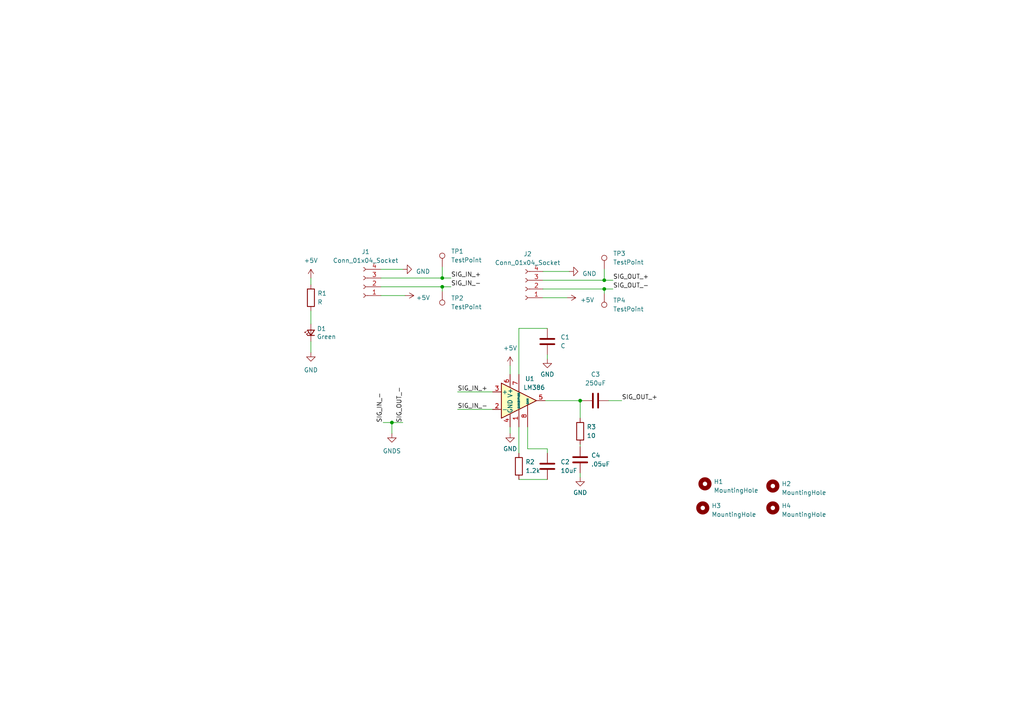
<source format=kicad_sch>
(kicad_sch (version 20230121) (generator eeschema)
  (paper "A4")
  (lib_symbols
    (symbol "Amplifier_Audio:LM386" (pin_names (offset 0.127))
      (property "Reference" "U" (at 1.27 7.62 0))
      (property "Value" "LM386" (at 1.27 5.08 0))
      (symbol "LM386_0_1"
        (polyline (pts (xy 5.08 0) (xy -5.08 5.08) (xy -5.08 -5.08) (xy 5.08 0)) (stroke (width 0.254)) (fill (type background)))
      )
      (symbol "LM386_1_1"
        (pin input line (at 0 -7.62 90) (length 5.08) (name "GAIN") (number "1"))
        (pin input line (at -7.62 -2.54 0) (length 2.54) (name "-") (number "2"))
        (pin input line (at -7.62 2.54 0) (length 2.54) (name "+") (number "3"))
        (pin power_in line (at -2.54 -7.62 90) (length 3.81) (name "GND") (number "4"))
        (pin output line (at 7.62 0 180) (length 2.54) (name "~") (number "5"))
        (pin power_in line (at -2.54 7.62 270) (length 3.81) (name "V+") (number "6"))
        (pin input line (at 0 7.62 270) (length 5.08) (name "BYPASS") (number "7"))
        (pin input line (at 2.54 -7.62 90) (length 6.35) (name "GAIN") (number "8"))
      )
    )
    (symbol "Connector:Conn_01x04_Socket" (pin_names (offset 1.016) hide)
      (property "Reference" "J" (at 0 5.08 0))
      (property "Value" "Conn_01x04_Socket" (at 0 -7.62 0))
      (symbol "Conn_01x04_Socket_1_1"
        (arc (start 0 -4.572) (mid -0.5058 -5.08) (end 0 -5.588) (stroke (width 0.1524)))
        (arc (start 0 -2.032) (mid -0.5058 -2.54) (end 0 -3.048) (stroke (width 0.1524)))
        (polyline (pts (xy -1.27 -5.08) (xy -0.508 -5.08)) (stroke (width 0.1524)))
        (polyline (pts (xy -1.27 -2.54) (xy -0.508 -2.54)) (stroke (width 0.1524)))
        (polyline (pts (xy -1.27 0) (xy -0.508 0)) (stroke (width 0.1524)))
        (polyline (pts (xy -1.27 2.54) (xy -0.508 2.54)) (stroke (width 0.1524)))
        (arc (start 0 0.508) (mid -0.5058 0) (end 0 -0.508) (stroke (width 0.1524)))
        (arc (start 0 3.048) (mid -0.5058 2.54) (end 0 2.032) (stroke (width 0.1524)))
        (pin passive line (at -5.08 2.54 0) (length 3.81) (name "Pin_1") (number "1"))
        (pin passive line (at -5.08 0 0) (length 3.81) (name "Pin_2") (number "2"))
        (pin passive line (at -5.08 -2.54 0) (length 3.81) (name "Pin_3") (number "3"))
        (pin passive line (at -5.08 -5.08 0) (length 3.81) (name "Pin_4") (number "4"))
      )
    )
    (symbol "Connector:TestPoint" (pin_numbers hide) (pin_names (offset 0.762) hide)
      (property "Reference" "TP" (at 0 6.858 0))
      (property "Value" "TestPoint" (at 0 5.08 0))
      (symbol "TestPoint_0_1"
        (circle (center 0 3.302) (radius 0.762))
      )
      (symbol "TestPoint_1_1"
        (pin passive line (at 0 0 90) (length 2.54) (name "1") (number "1"))
      )
    )
    (symbol "Device:C" (pin_numbers hide) (pin_names (offset 0.254))
      (property "Reference" "C" (at 0.635 2.54 0))
      (property "Value" "C" (at 0.635 -2.54 0))
      (symbol "C_0_1"
        (polyline (pts (xy -2.032 -0.762) (xy 2.032 -0.762)) (stroke (width 0.508)))
        (polyline (pts (xy -2.032 0.762) (xy 2.032 0.762)) (stroke (width 0.508)))
      )
      (symbol "C_1_1"
        (pin passive line (at 0 3.81 270) (length 2.794) (name "~") (number "1"))
        (pin passive line (at 0 -3.81 90) (length 2.794) (name "~") (number "2"))
      )
    )
    (symbol "Device:LED_Small" (pin_numbers hide) (pin_names (offset 0.254) hide)
      (property "Reference" "D" (at -1.27 3.175 0))
      (property "Value" "LED_Small" (at -4.445 -2.54 0))
      (symbol "LED_Small_0_1"
        (polyline (pts (xy -0.762 -1.016) (xy -0.762 1.016)) (stroke (width 0.254)))
        (polyline (pts (xy 1.016 0) (xy -0.762 0)))
        (polyline (pts (xy 0.762 -1.016) (xy -0.762 0) (xy 0.762 1.016) (xy 0.762 -1.016)) (stroke (width 0.254)))
        (polyline (pts (xy 0 0.762) (xy -0.508 1.27) (xy -0.254 1.27) (xy -0.508 1.27) (xy -0.508 1.016)))
        (polyline (pts (xy 0.508 1.27) (xy 0 1.778) (xy 0.254 1.778) (xy 0 1.778) (xy 0 1.524)))
      )
      (symbol "LED_Small_1_1"
        (pin passive line (at -2.54 0 0) (length 1.778) (name "K") (number "1"))
        (pin passive line (at 2.54 0 180) (length 1.778) (name "A") (number "2"))
      )
    )
    (symbol "Device:R" (pin_numbers hide) (pin_names (offset 0))
      (property "Reference" "R" (at 2.032 0 90))
      (property "Value" "R" (at 0 0 90))
      (symbol "R_0_1"
        (rectangle (start -1.016 -2.54) (end 1.016 2.54) (stroke (width 0.254)))
      )
      (symbol "R_1_1"
        (pin passive line (at 0 3.81 270) (length 1.27) (name "~") (number "1"))
        (pin passive line (at 0 -3.81 90) (length 1.27) (name "~") (number "2"))
      )
    )
    (symbol "Mechanical:MountingHole" (pin_names (offset 1.016))
      (property "Reference" "H" (at 0 5.08 0))
      (property "Value" "MountingHole" (at 0 3.175 0))
      (symbol "MountingHole_0_1"
        (circle (center 0 0) (radius 1.27) (stroke (width 1.27)))
      )
    )
    (symbol "power:+5V" (power) (pin_names (offset 0))
      (property "Value" "+5V" (at 0 3.556 0))
      (symbol "+5V_0_1"
        (polyline (pts (xy -0.762 1.27) (xy 0 2.54)))
        (polyline (pts (xy 0 0) (xy 0 2.54)))
        (polyline (pts (xy 0 2.54) (xy 0.762 1.27)))
      )
      (symbol "+5V_1_1"
        (pin power_in line (at 0 0 90) (length 0) hide (name "+5V") (number "1"))
      )
    )
    (symbol "power:GND" (power) (pin_names (offset 0))
      (property "Value" "GND" (at 0 -3.81 0))
      (symbol "GND_0_1"
        (polyline (pts (xy 0 0) (xy 0 -1.27) (xy 1.27 -1.27) (xy 0 -2.54) (xy -1.27 -1.27) (xy 0 -1.27)))
      )
      (symbol "GND_1_1"
        (pin power_in line (at 0 0 270) (length 0) hide (name "GND") (number "1"))
      )
    )
    (symbol "power:GNDS" (power) (pin_names (offset 0))
      (property "Value" "GNDS" (at 0 -3.81 0))
      (symbol "GNDS_0_1"
        (polyline (pts (xy 0 0) (xy 0 -1.27) (xy 1.27 -1.27) (xy 0 -2.54) (xy -1.27 -1.27) (xy 0 -1.27)))
      )
      (symbol "GNDS_1_1"
        (pin power_in line (at 0 0 270) (length 0) hide (name "GNDS") (number "1"))
      )
    )
  )
  (junction (at 168.275 116.205))
  (junction (at 175.26 83.82))
  (junction (at 113.665 122.555))
  (junction (at 175.26 81.28))
  (junction (at 128.27 83.185))
  (junction (at 128.27 80.645))
  (wire (pts (xy 168.275 137.16) (xy 168.275 138.43)))
  (wire (pts (xy 158.75 130.175) (xy 158.75 131.445)))
  (wire (pts (xy 147.955 106.045) (xy 147.955 108.585)))
  (wire (pts (xy 177.8 83.82) (xy 175.26 83.82)))
  (wire (pts (xy 113.665 122.555) (xy 113.665 125.73)))
  (wire (pts (xy 175.26 83.82) (xy 157.48 83.82)))
  (wire (pts (xy 175.26 83.82) (xy 175.26 85.09)))
  (wire (pts (xy 147.955 123.825) (xy 147.955 125.73)))
  (wire (pts (xy 132.715 113.665) (xy 142.875 113.665)))
  (wire (pts (xy 168.275 121.285) (xy 168.275 116.205)))
  (wire (pts (xy 90.17 99.06) (xy 90.17 102.235)))
  (wire (pts (xy 110.49 78.105) (xy 116.84 78.105)))
  (wire (pts (xy 175.26 81.28) (xy 177.8 81.28)))
  (wire (pts (xy 128.27 83.185) (xy 128.27 84.455)))
  (wire (pts (xy 153.035 130.175) (xy 158.75 130.175)))
  (wire (pts (xy 128.27 77.47) (xy 128.27 80.645)))
  (wire (pts (xy 168.275 129.54) (xy 168.275 128.905)))
  (wire (pts (xy 150.495 108.585) (xy 150.495 95.25)))
  (wire (pts (xy 110.49 85.725) (xy 117.475 85.725)))
  (wire (pts (xy 110.49 80.645) (xy 128.27 80.645)))
  (wire (pts (xy 150.495 123.825) (xy 150.495 131.445)))
  (wire (pts (xy 168.275 116.205) (xy 168.91 116.205)))
  (wire (pts (xy 128.27 80.645) (xy 130.81 80.645)))
  (wire (pts (xy 158.115 116.205) (xy 168.275 116.205)))
  (wire (pts (xy 128.27 83.185) (xy 110.49 83.185)))
  (wire (pts (xy 132.715 118.745) (xy 142.875 118.745)))
  (wire (pts (xy 175.26 78.105) (xy 175.26 81.28)))
  (wire (pts (xy 157.48 86.36) (xy 164.465 86.36)))
  (wire (pts (xy 90.17 80.645) (xy 90.17 82.55)))
  (wire (pts (xy 153.035 123.825) (xy 153.035 130.175)))
  (wire (pts (xy 130.81 83.185) (xy 128.27 83.185)))
  (wire (pts (xy 165.1 78.74) (xy 157.48 78.74)))
  (wire (pts (xy 90.17 90.17) (xy 90.17 93.98)))
  (wire (pts (xy 158.75 102.87) (xy 158.75 104.14)))
  (wire (pts (xy 113.665 122.555) (xy 116.84 122.555)))
  (wire (pts (xy 176.53 116.205) (xy 180.34 116.205)))
  (wire (pts (xy 157.48 81.28) (xy 175.26 81.28)))
  (wire (pts (xy 158.75 139.065) (xy 150.495 139.065)))
  (wire (pts (xy 150.495 95.25) (xy 158.75 95.25)))
  (wire (pts (xy 111.125 122.555) (xy 113.665 122.555)))
  (label "SIG_OUT_-" (at 116.84 122.555 90))
  (label "SIG_OUT_-" (at 177.8 83.82 0))
  (label "SIG_IN_-" (at 132.715 118.745 0))
  (label "SIG_IN_-" (at 130.81 83.185 0))
  (label "SIG_IN_+" (at 130.81 80.645 0))
  (label "SIG_OUT_+" (at 180.34 116.205 0))
  (label "SIG_OUT_+" (at 177.8 81.28 0))
  (label "SIG_IN_-" (at 111.125 122.555 90))
  (label "SIG_IN_+" (at 132.715 113.665 0))
  (symbol (lib_id "Device:C") (at 158.75 99.06 0) (unit 1)
    (property "Reference" "C1" (at 162.56 97.79 0) (effects (justify left)))
    (property "Value" "C" (at 162.56 100.33 0) (effects (justify left)))
    (property "Footprint" "Capacitor_SMD:C_0805_2012Metric" (effects hide))
  )
  (symbol (lib_id "power:GND") (at 90.17 102.235 0) (unit 1)
    (property "Reference" "#PWR02" (effects hide))
    (property "Value" "GND" (at 90.17 107.315 0))
  )
  (symbol (lib_id "Device:R") (at 90.17 86.36 0) (unit 1)
    (property "Reference" "R1" (at 92.075 85.09 0) (effects (justify left)))
    (property "Value" "R" (at 92.075 87.63 0) (effects (justify left)))
    (property "Footprint" "Resistor_THT:R_Axial_DIN0614_L14.3mm_D5.7mm_P20.32mm_Horizontal" (effects hide))
  )
  (symbol (lib_id "Mechanical:MountingHole") (at 203.835 147.32 0) (unit 1)
    (property "Reference" "H3" (at 206.375 146.685 0) (effects (justify left)))
    (property "Value" "MountingHole" (at 206.375 149.225 0) (effects (justify left)))
    (property "Footprint" "MountingHole:MountingHole_3mm" (effects hide))
  )
  (symbol (lib_id "Device:R") (at 150.495 135.255 0) (unit 1)
    (property "Reference" "R2" (at 152.4 133.985 0) (effects (justify left)))
    (property "Value" "1.2k" (at 152.4 136.525 0) (effects (justify left)))
    (property "Footprint" "Resistor_SMD:R_0805_2012Metric" (effects hide))
  )
  (symbol (lib_id "Device:R") (at 168.275 125.095 0) (unit 1)
    (property "Reference" "R3" (at 170.18 123.825 0) (effects (justify left)))
    (property "Value" "10" (at 170.18 126.365 0) (effects (justify left)))
    (property "Footprint" "Resistor_SMD:R_0805_2012Metric" (effects hide))
  )
  (symbol (lib_id "power:+5V") (at 90.17 80.645 0) (unit 1)
    (property "Reference" "#PWR01" (effects hide))
    (property "Value" "+5V" (at 90.17 75.565 0))
  )
  (symbol (lib_id "Mechanical:MountingHole") (at 204.47 140.335 0) (unit 1)
    (property "Reference" "H1" (at 207.01 139.7 0) (effects (justify left)))
    (property "Value" "MountingHole" (at 207.01 142.24 0) (effects (justify left)))
    (property "Footprint" "MountingHole:MountingHole_3mm" (effects hide))
  )
  (symbol (lib_id "power:+5V") (at 117.475 85.725 270) (unit 1)
    (property "Reference" "#PWR04" (effects hide))
    (property "Value" "+5V" (at 120.65 86.36 90) (effects (justify left)))
  )
  (symbol (lib_id "Connector:TestPoint") (at 175.26 85.09 180) (unit 1)
    (property "Reference" "TP4" (at 177.8 87.122 0) (effects (justify right)))
    (property "Value" "TestPoint" (at 177.8 89.662 0) (effects (justify right)))
    (property "Footprint" "TestPoint:TestPoint_Keystone_5005-5009_Compact" (effects hide))
  )
  (symbol (lib_id "power:GND") (at 147.955 125.73 0) (unit 1)
    (property "Reference" "#PWR06" (effects hide))
    (property "Value" "GND" (at 147.955 130.175 0))
  )
  (symbol (lib_id "Device:LED_Small") (at 90.17 96.52 90) (unit 1)
    (property "Reference" "D1" (at 91.8972 95.3516 90) (effects (justify right)))
    (property "Value" "Green" (at 91.8972 97.663 90) (effects (justify right)))
    (property "Footprint" "LED_SMD:LED_0805_2012Metric_Pad1.15x1.40mm_HandSolder" (effects hide))
    (property "P/N" "LHR971-KN1" (effects hide))
  )
  (symbol (lib_id "Device:C") (at 172.72 116.205 90) (unit 1)
    (property "Reference" "C3" (at 172.72 108.585 90))
    (property "Value" "250uF" (at 172.72 111.125 90))
    (property "Footprint" "Capacitor_SMD:C_0805_2012Metric" (effects hide))
  )
  (symbol (lib_id "power:GND") (at 158.75 104.14 0) (unit 1)
    (property "Reference" "#PWR07" (effects hide))
    (property "Value" "GND" (at 158.75 108.585 0))
  )
  (symbol (lib_id "Mechanical:MountingHole") (at 224.155 140.97 0) (unit 1)
    (property "Reference" "H2" (at 226.695 140.335 0) (effects (justify left)))
    (property "Value" "MountingHole" (at 226.695 142.875 0) (effects (justify left)))
    (property "Footprint" "MountingHole:MountingHole_3mm" (effects hide))
  )
  (symbol (lib_id "power:GND") (at 116.84 78.105 90) (unit 1)
    (property "Reference" "#PWR03" (effects hide))
    (property "Value" "GND" (at 120.65 78.74 90) (effects (justify right)))
  )
  (symbol (lib_id "Connector:TestPoint") (at 128.27 84.455 180) (unit 1)
    (property "Reference" "TP2" (at 130.81 86.487 0) (effects (justify right)))
    (property "Value" "TestPoint" (at 130.81 89.027 0) (effects (justify right)))
    (property "Footprint" "TestPoint:TestPoint_Keystone_5005-5009_Compact" (effects hide))
  )
  (symbol (lib_id "power:+5V") (at 164.465 86.36 270) (unit 1)
    (property "Reference" "#PWR08" (effects hide))
    (property "Value" "+5V" (at 168.275 86.995 90) (effects (justify left)))
  )
  (symbol (lib_id "power:GNDS") (at 113.665 125.73 0) (unit 1)
    (property "Reference" "#PWR010" (effects hide))
    (property "Value" "GNDS" (at 113.665 130.81 0))
  )
  (symbol (lib_id "Connector:Conn_01x04_Socket") (at 105.41 83.185 180) (unit 1)
    (property "Reference" "J1" (at 106.045 73.025 0))
    (property "Value" "Conn_01x04_Socket" (at 106.045 75.565 0))
    (property "Footprint" "Connector_PinHeader_2.54mm:PinHeader_1x04_P2.54mm_Vertical" (effects hide))
  )
  (symbol (lib_id "Device:C") (at 168.275 133.35 0) (unit 1)
    (property "Reference" "C4" (at 171.45 132.08 0) (effects (justify left)))
    (property "Value" ".05uF" (at 171.45 134.62 0) (effects (justify left)))
    (property "Footprint" "Capacitor_SMD:C_0805_2012Metric" (effects hide))
  )
  (symbol (lib_id "power:+5V") (at 147.955 106.045 0) (unit 1)
    (property "Reference" "#PWR05" (effects hide))
    (property "Value" "+5V" (at 147.955 100.965 0))
  )
  (symbol (lib_id "Connector:TestPoint") (at 128.27 77.47 0) (unit 1)
    (property "Reference" "TP1" (at 130.81 72.898 0) (effects (justify left)))
    (property "Value" "TestPoint" (at 130.81 75.438 0) (effects (justify left)))
    (property "Footprint" "TestPoint:TestPoint_Keystone_5005-5009_Compact" (effects hide))
  )
  (symbol (lib_id "power:GND") (at 168.275 138.43 0) (unit 1)
    (property "Reference" "#PWR011" (effects hide))
    (property "Value" "GND" (at 168.275 142.875 0))
  )
  (symbol (lib_id "Connector:Conn_01x04_Socket") (at 152.4 83.82 180) (unit 1)
    (property "Reference" "J2" (at 153.035 73.66 0))
    (property "Value" "Conn_01x04_Socket" (at 153.035 76.2 0))
    (property "Footprint" "Connector_PinHeader_2.54mm:PinHeader_1x04_P2.54mm_Vertical" (effects hide))
  )
  (symbol (lib_id "Device:C") (at 158.75 135.255 0) (unit 1)
    (property "Reference" "C2" (at 162.56 133.985 0) (effects (justify left)))
    (property "Value" "10uF" (at 162.56 136.525 0) (effects (justify left)))
    (property "Footprint" "Capacitor_SMD:C_0805_2012Metric" (effects hide))
  )
  (symbol (lib_id "Connector:TestPoint") (at 175.26 78.105 0) (unit 1)
    (property "Reference" "TP3" (at 177.8 73.533 0) (effects (justify left)))
    (property "Value" "TestPoint" (at 177.8 76.073 0) (effects (justify left)))
    (property "Footprint" "TestPoint:TestPoint_Keystone_5005-5009_Compact" (effects hide))
  )
  (symbol (lib_id "Amplifier_Audio:LM386") (at 150.495 116.205 0) (unit 1)
    (property "Reference" "U1" (at 153.67 109.855 0))
    (property "Value" "LM386" (at 154.94 112.395 0))
    (property "Footprint" "HCRL:M08A_TEX-L" (effects hide))
    (property "Datasheet" "http://www.ti.com/lit/ds/symlink/lm386.pdf" (effects hide))
  )
  (symbol (lib_id "Mechanical:MountingHole") (at 224.155 147.32 0) (unit 1)
    (property "Reference" "H4" (at 226.695 146.685 0) (effects (justify left)))
    (property "Value" "MountingHole" (at 226.695 149.225 0) (effects (justify left)))
    (property "Footprint" "MountingHole:MountingHole_3mm" (effects hide))
  )
  (symbol (lib_id "power:GND") (at 165.1 78.74 90) (unit 1)
    (property "Reference" "#PWR09" (effects hide))
    (property "Value" "GND" (at 168.91 79.375 90) (effects (justify right)))
  )
)
</source>
